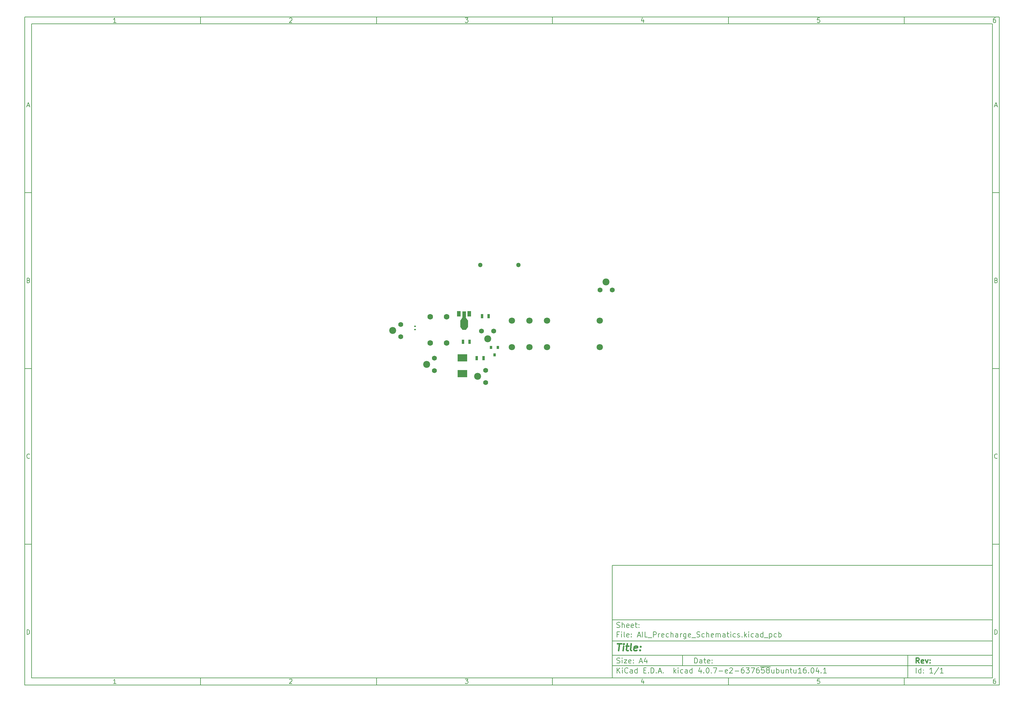
<source format=gbr>
G04 #@! TF.FileFunction,Soldermask,Top*
%FSLAX46Y46*%
G04 Gerber Fmt 4.6, Leading zero omitted, Abs format (unit mm)*
G04 Created by KiCad (PCBNEW 4.0.7-e2-6376~58~ubuntu16.04.1) date Thu Nov  9 22:46:50 2017*
%MOMM*%
%LPD*%
G01*
G04 APERTURE LIST*
%ADD10C,0.100000*%
%ADD11C,0.150000*%
%ADD12C,0.300000*%
%ADD13C,0.400000*%
%ADD14C,1.397000*%
%ADD15C,1.981000*%
%ADD16C,1.600000*%
%ADD17R,0.800000X0.900000*%
%ADD18R,1.000000X1.500000*%
%ADD19R,1.000000X1.800000*%
%ADD20R,2.200000X1.840000*%
%ADD21C,1.800000*%
%ADD22R,0.550000X0.450000*%
%ADD23R,2.743000X2.159000*%
%ADD24R,0.700000X1.300000*%
%ADD25C,1.300000*%
G04 APERTURE END LIST*
D10*
D11*
X177002200Y-166007200D02*
X177002200Y-198007200D01*
X285002200Y-198007200D01*
X285002200Y-166007200D01*
X177002200Y-166007200D01*
D10*
D11*
X10000000Y-10000000D02*
X10000000Y-200007200D01*
X287002200Y-200007200D01*
X287002200Y-10000000D01*
X10000000Y-10000000D01*
D10*
D11*
X12000000Y-12000000D02*
X12000000Y-198007200D01*
X285002200Y-198007200D01*
X285002200Y-12000000D01*
X12000000Y-12000000D01*
D10*
D11*
X60000000Y-12000000D02*
X60000000Y-10000000D01*
D10*
D11*
X110000000Y-12000000D02*
X110000000Y-10000000D01*
D10*
D11*
X160000000Y-12000000D02*
X160000000Y-10000000D01*
D10*
D11*
X210000000Y-12000000D02*
X210000000Y-10000000D01*
D10*
D11*
X260000000Y-12000000D02*
X260000000Y-10000000D01*
D10*
D11*
X35990476Y-11588095D02*
X35247619Y-11588095D01*
X35619048Y-11588095D02*
X35619048Y-10288095D01*
X35495238Y-10473810D01*
X35371429Y-10597619D01*
X35247619Y-10659524D01*
D10*
D11*
X85247619Y-10411905D02*
X85309524Y-10350000D01*
X85433333Y-10288095D01*
X85742857Y-10288095D01*
X85866667Y-10350000D01*
X85928571Y-10411905D01*
X85990476Y-10535714D01*
X85990476Y-10659524D01*
X85928571Y-10845238D01*
X85185714Y-11588095D01*
X85990476Y-11588095D01*
D10*
D11*
X135185714Y-10288095D02*
X135990476Y-10288095D01*
X135557143Y-10783333D01*
X135742857Y-10783333D01*
X135866667Y-10845238D01*
X135928571Y-10907143D01*
X135990476Y-11030952D01*
X135990476Y-11340476D01*
X135928571Y-11464286D01*
X135866667Y-11526190D01*
X135742857Y-11588095D01*
X135371429Y-11588095D01*
X135247619Y-11526190D01*
X135185714Y-11464286D01*
D10*
D11*
X185866667Y-10721429D02*
X185866667Y-11588095D01*
X185557143Y-10226190D02*
X185247619Y-11154762D01*
X186052381Y-11154762D01*
D10*
D11*
X235928571Y-10288095D02*
X235309524Y-10288095D01*
X235247619Y-10907143D01*
X235309524Y-10845238D01*
X235433333Y-10783333D01*
X235742857Y-10783333D01*
X235866667Y-10845238D01*
X235928571Y-10907143D01*
X235990476Y-11030952D01*
X235990476Y-11340476D01*
X235928571Y-11464286D01*
X235866667Y-11526190D01*
X235742857Y-11588095D01*
X235433333Y-11588095D01*
X235309524Y-11526190D01*
X235247619Y-11464286D01*
D10*
D11*
X285866667Y-10288095D02*
X285619048Y-10288095D01*
X285495238Y-10350000D01*
X285433333Y-10411905D01*
X285309524Y-10597619D01*
X285247619Y-10845238D01*
X285247619Y-11340476D01*
X285309524Y-11464286D01*
X285371429Y-11526190D01*
X285495238Y-11588095D01*
X285742857Y-11588095D01*
X285866667Y-11526190D01*
X285928571Y-11464286D01*
X285990476Y-11340476D01*
X285990476Y-11030952D01*
X285928571Y-10907143D01*
X285866667Y-10845238D01*
X285742857Y-10783333D01*
X285495238Y-10783333D01*
X285371429Y-10845238D01*
X285309524Y-10907143D01*
X285247619Y-11030952D01*
D10*
D11*
X60000000Y-198007200D02*
X60000000Y-200007200D01*
D10*
D11*
X110000000Y-198007200D02*
X110000000Y-200007200D01*
D10*
D11*
X160000000Y-198007200D02*
X160000000Y-200007200D01*
D10*
D11*
X210000000Y-198007200D02*
X210000000Y-200007200D01*
D10*
D11*
X260000000Y-198007200D02*
X260000000Y-200007200D01*
D10*
D11*
X35990476Y-199595295D02*
X35247619Y-199595295D01*
X35619048Y-199595295D02*
X35619048Y-198295295D01*
X35495238Y-198481010D01*
X35371429Y-198604819D01*
X35247619Y-198666724D01*
D10*
D11*
X85247619Y-198419105D02*
X85309524Y-198357200D01*
X85433333Y-198295295D01*
X85742857Y-198295295D01*
X85866667Y-198357200D01*
X85928571Y-198419105D01*
X85990476Y-198542914D01*
X85990476Y-198666724D01*
X85928571Y-198852438D01*
X85185714Y-199595295D01*
X85990476Y-199595295D01*
D10*
D11*
X135185714Y-198295295D02*
X135990476Y-198295295D01*
X135557143Y-198790533D01*
X135742857Y-198790533D01*
X135866667Y-198852438D01*
X135928571Y-198914343D01*
X135990476Y-199038152D01*
X135990476Y-199347676D01*
X135928571Y-199471486D01*
X135866667Y-199533390D01*
X135742857Y-199595295D01*
X135371429Y-199595295D01*
X135247619Y-199533390D01*
X135185714Y-199471486D01*
D10*
D11*
X185866667Y-198728629D02*
X185866667Y-199595295D01*
X185557143Y-198233390D02*
X185247619Y-199161962D01*
X186052381Y-199161962D01*
D10*
D11*
X235928571Y-198295295D02*
X235309524Y-198295295D01*
X235247619Y-198914343D01*
X235309524Y-198852438D01*
X235433333Y-198790533D01*
X235742857Y-198790533D01*
X235866667Y-198852438D01*
X235928571Y-198914343D01*
X235990476Y-199038152D01*
X235990476Y-199347676D01*
X235928571Y-199471486D01*
X235866667Y-199533390D01*
X235742857Y-199595295D01*
X235433333Y-199595295D01*
X235309524Y-199533390D01*
X235247619Y-199471486D01*
D10*
D11*
X285866667Y-198295295D02*
X285619048Y-198295295D01*
X285495238Y-198357200D01*
X285433333Y-198419105D01*
X285309524Y-198604819D01*
X285247619Y-198852438D01*
X285247619Y-199347676D01*
X285309524Y-199471486D01*
X285371429Y-199533390D01*
X285495238Y-199595295D01*
X285742857Y-199595295D01*
X285866667Y-199533390D01*
X285928571Y-199471486D01*
X285990476Y-199347676D01*
X285990476Y-199038152D01*
X285928571Y-198914343D01*
X285866667Y-198852438D01*
X285742857Y-198790533D01*
X285495238Y-198790533D01*
X285371429Y-198852438D01*
X285309524Y-198914343D01*
X285247619Y-199038152D01*
D10*
D11*
X10000000Y-60000000D02*
X12000000Y-60000000D01*
D10*
D11*
X10000000Y-110000000D02*
X12000000Y-110000000D01*
D10*
D11*
X10000000Y-160000000D02*
X12000000Y-160000000D01*
D10*
D11*
X10690476Y-35216667D02*
X11309524Y-35216667D01*
X10566667Y-35588095D02*
X11000000Y-34288095D01*
X11433333Y-35588095D01*
D10*
D11*
X11092857Y-84907143D02*
X11278571Y-84969048D01*
X11340476Y-85030952D01*
X11402381Y-85154762D01*
X11402381Y-85340476D01*
X11340476Y-85464286D01*
X11278571Y-85526190D01*
X11154762Y-85588095D01*
X10659524Y-85588095D01*
X10659524Y-84288095D01*
X11092857Y-84288095D01*
X11216667Y-84350000D01*
X11278571Y-84411905D01*
X11340476Y-84535714D01*
X11340476Y-84659524D01*
X11278571Y-84783333D01*
X11216667Y-84845238D01*
X11092857Y-84907143D01*
X10659524Y-84907143D01*
D10*
D11*
X11402381Y-135464286D02*
X11340476Y-135526190D01*
X11154762Y-135588095D01*
X11030952Y-135588095D01*
X10845238Y-135526190D01*
X10721429Y-135402381D01*
X10659524Y-135278571D01*
X10597619Y-135030952D01*
X10597619Y-134845238D01*
X10659524Y-134597619D01*
X10721429Y-134473810D01*
X10845238Y-134350000D01*
X11030952Y-134288095D01*
X11154762Y-134288095D01*
X11340476Y-134350000D01*
X11402381Y-134411905D01*
D10*
D11*
X10659524Y-185588095D02*
X10659524Y-184288095D01*
X10969048Y-184288095D01*
X11154762Y-184350000D01*
X11278571Y-184473810D01*
X11340476Y-184597619D01*
X11402381Y-184845238D01*
X11402381Y-185030952D01*
X11340476Y-185278571D01*
X11278571Y-185402381D01*
X11154762Y-185526190D01*
X10969048Y-185588095D01*
X10659524Y-185588095D01*
D10*
D11*
X287002200Y-60000000D02*
X285002200Y-60000000D01*
D10*
D11*
X287002200Y-110000000D02*
X285002200Y-110000000D01*
D10*
D11*
X287002200Y-160000000D02*
X285002200Y-160000000D01*
D10*
D11*
X285692676Y-35216667D02*
X286311724Y-35216667D01*
X285568867Y-35588095D02*
X286002200Y-34288095D01*
X286435533Y-35588095D01*
D10*
D11*
X286095057Y-84907143D02*
X286280771Y-84969048D01*
X286342676Y-85030952D01*
X286404581Y-85154762D01*
X286404581Y-85340476D01*
X286342676Y-85464286D01*
X286280771Y-85526190D01*
X286156962Y-85588095D01*
X285661724Y-85588095D01*
X285661724Y-84288095D01*
X286095057Y-84288095D01*
X286218867Y-84350000D01*
X286280771Y-84411905D01*
X286342676Y-84535714D01*
X286342676Y-84659524D01*
X286280771Y-84783333D01*
X286218867Y-84845238D01*
X286095057Y-84907143D01*
X285661724Y-84907143D01*
D10*
D11*
X286404581Y-135464286D02*
X286342676Y-135526190D01*
X286156962Y-135588095D01*
X286033152Y-135588095D01*
X285847438Y-135526190D01*
X285723629Y-135402381D01*
X285661724Y-135278571D01*
X285599819Y-135030952D01*
X285599819Y-134845238D01*
X285661724Y-134597619D01*
X285723629Y-134473810D01*
X285847438Y-134350000D01*
X286033152Y-134288095D01*
X286156962Y-134288095D01*
X286342676Y-134350000D01*
X286404581Y-134411905D01*
D10*
D11*
X285661724Y-185588095D02*
X285661724Y-184288095D01*
X285971248Y-184288095D01*
X286156962Y-184350000D01*
X286280771Y-184473810D01*
X286342676Y-184597619D01*
X286404581Y-184845238D01*
X286404581Y-185030952D01*
X286342676Y-185278571D01*
X286280771Y-185402381D01*
X286156962Y-185526190D01*
X285971248Y-185588095D01*
X285661724Y-185588095D01*
D10*
D11*
X200359343Y-193785771D02*
X200359343Y-192285771D01*
X200716486Y-192285771D01*
X200930771Y-192357200D01*
X201073629Y-192500057D01*
X201145057Y-192642914D01*
X201216486Y-192928629D01*
X201216486Y-193142914D01*
X201145057Y-193428629D01*
X201073629Y-193571486D01*
X200930771Y-193714343D01*
X200716486Y-193785771D01*
X200359343Y-193785771D01*
X202502200Y-193785771D02*
X202502200Y-193000057D01*
X202430771Y-192857200D01*
X202287914Y-192785771D01*
X202002200Y-192785771D01*
X201859343Y-192857200D01*
X202502200Y-193714343D02*
X202359343Y-193785771D01*
X202002200Y-193785771D01*
X201859343Y-193714343D01*
X201787914Y-193571486D01*
X201787914Y-193428629D01*
X201859343Y-193285771D01*
X202002200Y-193214343D01*
X202359343Y-193214343D01*
X202502200Y-193142914D01*
X203002200Y-192785771D02*
X203573629Y-192785771D01*
X203216486Y-192285771D02*
X203216486Y-193571486D01*
X203287914Y-193714343D01*
X203430772Y-193785771D01*
X203573629Y-193785771D01*
X204645057Y-193714343D02*
X204502200Y-193785771D01*
X204216486Y-193785771D01*
X204073629Y-193714343D01*
X204002200Y-193571486D01*
X204002200Y-193000057D01*
X204073629Y-192857200D01*
X204216486Y-192785771D01*
X204502200Y-192785771D01*
X204645057Y-192857200D01*
X204716486Y-193000057D01*
X204716486Y-193142914D01*
X204002200Y-193285771D01*
X205359343Y-193642914D02*
X205430771Y-193714343D01*
X205359343Y-193785771D01*
X205287914Y-193714343D01*
X205359343Y-193642914D01*
X205359343Y-193785771D01*
X205359343Y-192857200D02*
X205430771Y-192928629D01*
X205359343Y-193000057D01*
X205287914Y-192928629D01*
X205359343Y-192857200D01*
X205359343Y-193000057D01*
D10*
D11*
X177002200Y-194507200D02*
X285002200Y-194507200D01*
D10*
D11*
X178359343Y-196585771D02*
X178359343Y-195085771D01*
X179216486Y-196585771D02*
X178573629Y-195728629D01*
X179216486Y-195085771D02*
X178359343Y-195942914D01*
X179859343Y-196585771D02*
X179859343Y-195585771D01*
X179859343Y-195085771D02*
X179787914Y-195157200D01*
X179859343Y-195228629D01*
X179930771Y-195157200D01*
X179859343Y-195085771D01*
X179859343Y-195228629D01*
X181430772Y-196442914D02*
X181359343Y-196514343D01*
X181145057Y-196585771D01*
X181002200Y-196585771D01*
X180787915Y-196514343D01*
X180645057Y-196371486D01*
X180573629Y-196228629D01*
X180502200Y-195942914D01*
X180502200Y-195728629D01*
X180573629Y-195442914D01*
X180645057Y-195300057D01*
X180787915Y-195157200D01*
X181002200Y-195085771D01*
X181145057Y-195085771D01*
X181359343Y-195157200D01*
X181430772Y-195228629D01*
X182716486Y-196585771D02*
X182716486Y-195800057D01*
X182645057Y-195657200D01*
X182502200Y-195585771D01*
X182216486Y-195585771D01*
X182073629Y-195657200D01*
X182716486Y-196514343D02*
X182573629Y-196585771D01*
X182216486Y-196585771D01*
X182073629Y-196514343D01*
X182002200Y-196371486D01*
X182002200Y-196228629D01*
X182073629Y-196085771D01*
X182216486Y-196014343D01*
X182573629Y-196014343D01*
X182716486Y-195942914D01*
X184073629Y-196585771D02*
X184073629Y-195085771D01*
X184073629Y-196514343D02*
X183930772Y-196585771D01*
X183645058Y-196585771D01*
X183502200Y-196514343D01*
X183430772Y-196442914D01*
X183359343Y-196300057D01*
X183359343Y-195871486D01*
X183430772Y-195728629D01*
X183502200Y-195657200D01*
X183645058Y-195585771D01*
X183930772Y-195585771D01*
X184073629Y-195657200D01*
X185930772Y-195800057D02*
X186430772Y-195800057D01*
X186645058Y-196585771D02*
X185930772Y-196585771D01*
X185930772Y-195085771D01*
X186645058Y-195085771D01*
X187287915Y-196442914D02*
X187359343Y-196514343D01*
X187287915Y-196585771D01*
X187216486Y-196514343D01*
X187287915Y-196442914D01*
X187287915Y-196585771D01*
X188002201Y-196585771D02*
X188002201Y-195085771D01*
X188359344Y-195085771D01*
X188573629Y-195157200D01*
X188716487Y-195300057D01*
X188787915Y-195442914D01*
X188859344Y-195728629D01*
X188859344Y-195942914D01*
X188787915Y-196228629D01*
X188716487Y-196371486D01*
X188573629Y-196514343D01*
X188359344Y-196585771D01*
X188002201Y-196585771D01*
X189502201Y-196442914D02*
X189573629Y-196514343D01*
X189502201Y-196585771D01*
X189430772Y-196514343D01*
X189502201Y-196442914D01*
X189502201Y-196585771D01*
X190145058Y-196157200D02*
X190859344Y-196157200D01*
X190002201Y-196585771D02*
X190502201Y-195085771D01*
X191002201Y-196585771D01*
X191502201Y-196442914D02*
X191573629Y-196514343D01*
X191502201Y-196585771D01*
X191430772Y-196514343D01*
X191502201Y-196442914D01*
X191502201Y-196585771D01*
X194502201Y-196585771D02*
X194502201Y-195085771D01*
X194645058Y-196014343D02*
X195073629Y-196585771D01*
X195073629Y-195585771D02*
X194502201Y-196157200D01*
X195716487Y-196585771D02*
X195716487Y-195585771D01*
X195716487Y-195085771D02*
X195645058Y-195157200D01*
X195716487Y-195228629D01*
X195787915Y-195157200D01*
X195716487Y-195085771D01*
X195716487Y-195228629D01*
X197073630Y-196514343D02*
X196930773Y-196585771D01*
X196645059Y-196585771D01*
X196502201Y-196514343D01*
X196430773Y-196442914D01*
X196359344Y-196300057D01*
X196359344Y-195871486D01*
X196430773Y-195728629D01*
X196502201Y-195657200D01*
X196645059Y-195585771D01*
X196930773Y-195585771D01*
X197073630Y-195657200D01*
X198359344Y-196585771D02*
X198359344Y-195800057D01*
X198287915Y-195657200D01*
X198145058Y-195585771D01*
X197859344Y-195585771D01*
X197716487Y-195657200D01*
X198359344Y-196514343D02*
X198216487Y-196585771D01*
X197859344Y-196585771D01*
X197716487Y-196514343D01*
X197645058Y-196371486D01*
X197645058Y-196228629D01*
X197716487Y-196085771D01*
X197859344Y-196014343D01*
X198216487Y-196014343D01*
X198359344Y-195942914D01*
X199716487Y-196585771D02*
X199716487Y-195085771D01*
X199716487Y-196514343D02*
X199573630Y-196585771D01*
X199287916Y-196585771D01*
X199145058Y-196514343D01*
X199073630Y-196442914D01*
X199002201Y-196300057D01*
X199002201Y-195871486D01*
X199073630Y-195728629D01*
X199145058Y-195657200D01*
X199287916Y-195585771D01*
X199573630Y-195585771D01*
X199716487Y-195657200D01*
X202216487Y-195585771D02*
X202216487Y-196585771D01*
X201859344Y-195014343D02*
X201502201Y-196085771D01*
X202430773Y-196085771D01*
X203002201Y-196442914D02*
X203073629Y-196514343D01*
X203002201Y-196585771D01*
X202930772Y-196514343D01*
X203002201Y-196442914D01*
X203002201Y-196585771D01*
X204002201Y-195085771D02*
X204145058Y-195085771D01*
X204287915Y-195157200D01*
X204359344Y-195228629D01*
X204430773Y-195371486D01*
X204502201Y-195657200D01*
X204502201Y-196014343D01*
X204430773Y-196300057D01*
X204359344Y-196442914D01*
X204287915Y-196514343D01*
X204145058Y-196585771D01*
X204002201Y-196585771D01*
X203859344Y-196514343D01*
X203787915Y-196442914D01*
X203716487Y-196300057D01*
X203645058Y-196014343D01*
X203645058Y-195657200D01*
X203716487Y-195371486D01*
X203787915Y-195228629D01*
X203859344Y-195157200D01*
X204002201Y-195085771D01*
X205145058Y-196442914D02*
X205216486Y-196514343D01*
X205145058Y-196585771D01*
X205073629Y-196514343D01*
X205145058Y-196442914D01*
X205145058Y-196585771D01*
X205716487Y-195085771D02*
X206716487Y-195085771D01*
X206073630Y-196585771D01*
X207287915Y-196014343D02*
X208430772Y-196014343D01*
X209716486Y-196514343D02*
X209573629Y-196585771D01*
X209287915Y-196585771D01*
X209145058Y-196514343D01*
X209073629Y-196371486D01*
X209073629Y-195800057D01*
X209145058Y-195657200D01*
X209287915Y-195585771D01*
X209573629Y-195585771D01*
X209716486Y-195657200D01*
X209787915Y-195800057D01*
X209787915Y-195942914D01*
X209073629Y-196085771D01*
X210359343Y-195228629D02*
X210430772Y-195157200D01*
X210573629Y-195085771D01*
X210930772Y-195085771D01*
X211073629Y-195157200D01*
X211145058Y-195228629D01*
X211216486Y-195371486D01*
X211216486Y-195514343D01*
X211145058Y-195728629D01*
X210287915Y-196585771D01*
X211216486Y-196585771D01*
X211859343Y-196014343D02*
X213002200Y-196014343D01*
X214359343Y-195085771D02*
X214073629Y-195085771D01*
X213930772Y-195157200D01*
X213859343Y-195228629D01*
X213716486Y-195442914D01*
X213645057Y-195728629D01*
X213645057Y-196300057D01*
X213716486Y-196442914D01*
X213787914Y-196514343D01*
X213930772Y-196585771D01*
X214216486Y-196585771D01*
X214359343Y-196514343D01*
X214430772Y-196442914D01*
X214502200Y-196300057D01*
X214502200Y-195942914D01*
X214430772Y-195800057D01*
X214359343Y-195728629D01*
X214216486Y-195657200D01*
X213930772Y-195657200D01*
X213787914Y-195728629D01*
X213716486Y-195800057D01*
X213645057Y-195942914D01*
X215002200Y-195085771D02*
X215930771Y-195085771D01*
X215430771Y-195657200D01*
X215645057Y-195657200D01*
X215787914Y-195728629D01*
X215859343Y-195800057D01*
X215930771Y-195942914D01*
X215930771Y-196300057D01*
X215859343Y-196442914D01*
X215787914Y-196514343D01*
X215645057Y-196585771D01*
X215216485Y-196585771D01*
X215073628Y-196514343D01*
X215002200Y-196442914D01*
X216430771Y-195085771D02*
X217430771Y-195085771D01*
X216787914Y-196585771D01*
X218645056Y-195085771D02*
X218359342Y-195085771D01*
X218216485Y-195157200D01*
X218145056Y-195228629D01*
X218002199Y-195442914D01*
X217930770Y-195728629D01*
X217930770Y-196300057D01*
X218002199Y-196442914D01*
X218073627Y-196514343D01*
X218216485Y-196585771D01*
X218502199Y-196585771D01*
X218645056Y-196514343D01*
X218716485Y-196442914D01*
X218787913Y-196300057D01*
X218787913Y-195942914D01*
X218716485Y-195800057D01*
X218645056Y-195728629D01*
X218502199Y-195657200D01*
X218216485Y-195657200D01*
X218073627Y-195728629D01*
X218002199Y-195800057D01*
X217930770Y-195942914D01*
X220145056Y-195085771D02*
X219430770Y-195085771D01*
X219359341Y-195800057D01*
X219430770Y-195728629D01*
X219573627Y-195657200D01*
X219930770Y-195657200D01*
X220073627Y-195728629D01*
X220145056Y-195800057D01*
X220216484Y-195942914D01*
X220216484Y-196300057D01*
X220145056Y-196442914D01*
X220073627Y-196514343D01*
X219930770Y-196585771D01*
X219573627Y-196585771D01*
X219430770Y-196514343D01*
X219359341Y-196442914D01*
X221073627Y-195728629D02*
X220930769Y-195657200D01*
X220859341Y-195585771D01*
X220787912Y-195442914D01*
X220787912Y-195371486D01*
X220859341Y-195228629D01*
X220930769Y-195157200D01*
X221073627Y-195085771D01*
X221359341Y-195085771D01*
X221502198Y-195157200D01*
X221573627Y-195228629D01*
X221645055Y-195371486D01*
X221645055Y-195442914D01*
X221573627Y-195585771D01*
X221502198Y-195657200D01*
X221359341Y-195728629D01*
X221073627Y-195728629D01*
X220930769Y-195800057D01*
X220859341Y-195871486D01*
X220787912Y-196014343D01*
X220787912Y-196300057D01*
X220859341Y-196442914D01*
X220930769Y-196514343D01*
X221073627Y-196585771D01*
X221359341Y-196585771D01*
X221502198Y-196514343D01*
X221573627Y-196442914D01*
X221645055Y-196300057D01*
X221645055Y-196014343D01*
X221573627Y-195871486D01*
X221502198Y-195800057D01*
X221359341Y-195728629D01*
X219073627Y-194827200D02*
X221930769Y-194827200D01*
X222930769Y-195585771D02*
X222930769Y-196585771D01*
X222287912Y-195585771D02*
X222287912Y-196371486D01*
X222359340Y-196514343D01*
X222502198Y-196585771D01*
X222716483Y-196585771D01*
X222859340Y-196514343D01*
X222930769Y-196442914D01*
X223645055Y-196585771D02*
X223645055Y-195085771D01*
X223645055Y-195657200D02*
X223787912Y-195585771D01*
X224073626Y-195585771D01*
X224216483Y-195657200D01*
X224287912Y-195728629D01*
X224359341Y-195871486D01*
X224359341Y-196300057D01*
X224287912Y-196442914D01*
X224216483Y-196514343D01*
X224073626Y-196585771D01*
X223787912Y-196585771D01*
X223645055Y-196514343D01*
X225645055Y-195585771D02*
X225645055Y-196585771D01*
X225002198Y-195585771D02*
X225002198Y-196371486D01*
X225073626Y-196514343D01*
X225216484Y-196585771D01*
X225430769Y-196585771D01*
X225573626Y-196514343D01*
X225645055Y-196442914D01*
X226359341Y-195585771D02*
X226359341Y-196585771D01*
X226359341Y-195728629D02*
X226430769Y-195657200D01*
X226573627Y-195585771D01*
X226787912Y-195585771D01*
X226930769Y-195657200D01*
X227002198Y-195800057D01*
X227002198Y-196585771D01*
X227502198Y-195585771D02*
X228073627Y-195585771D01*
X227716484Y-195085771D02*
X227716484Y-196371486D01*
X227787912Y-196514343D01*
X227930770Y-196585771D01*
X228073627Y-196585771D01*
X229216484Y-195585771D02*
X229216484Y-196585771D01*
X228573627Y-195585771D02*
X228573627Y-196371486D01*
X228645055Y-196514343D01*
X228787913Y-196585771D01*
X229002198Y-196585771D01*
X229145055Y-196514343D01*
X229216484Y-196442914D01*
X230716484Y-196585771D02*
X229859341Y-196585771D01*
X230287913Y-196585771D02*
X230287913Y-195085771D01*
X230145056Y-195300057D01*
X230002198Y-195442914D01*
X229859341Y-195514343D01*
X232002198Y-195085771D02*
X231716484Y-195085771D01*
X231573627Y-195157200D01*
X231502198Y-195228629D01*
X231359341Y-195442914D01*
X231287912Y-195728629D01*
X231287912Y-196300057D01*
X231359341Y-196442914D01*
X231430769Y-196514343D01*
X231573627Y-196585771D01*
X231859341Y-196585771D01*
X232002198Y-196514343D01*
X232073627Y-196442914D01*
X232145055Y-196300057D01*
X232145055Y-195942914D01*
X232073627Y-195800057D01*
X232002198Y-195728629D01*
X231859341Y-195657200D01*
X231573627Y-195657200D01*
X231430769Y-195728629D01*
X231359341Y-195800057D01*
X231287912Y-195942914D01*
X232787912Y-196442914D02*
X232859340Y-196514343D01*
X232787912Y-196585771D01*
X232716483Y-196514343D01*
X232787912Y-196442914D01*
X232787912Y-196585771D01*
X233787912Y-195085771D02*
X233930769Y-195085771D01*
X234073626Y-195157200D01*
X234145055Y-195228629D01*
X234216484Y-195371486D01*
X234287912Y-195657200D01*
X234287912Y-196014343D01*
X234216484Y-196300057D01*
X234145055Y-196442914D01*
X234073626Y-196514343D01*
X233930769Y-196585771D01*
X233787912Y-196585771D01*
X233645055Y-196514343D01*
X233573626Y-196442914D01*
X233502198Y-196300057D01*
X233430769Y-196014343D01*
X233430769Y-195657200D01*
X233502198Y-195371486D01*
X233573626Y-195228629D01*
X233645055Y-195157200D01*
X233787912Y-195085771D01*
X235573626Y-195585771D02*
X235573626Y-196585771D01*
X235216483Y-195014343D02*
X234859340Y-196085771D01*
X235787912Y-196085771D01*
X236359340Y-196442914D02*
X236430768Y-196514343D01*
X236359340Y-196585771D01*
X236287911Y-196514343D01*
X236359340Y-196442914D01*
X236359340Y-196585771D01*
X237859340Y-196585771D02*
X237002197Y-196585771D01*
X237430769Y-196585771D02*
X237430769Y-195085771D01*
X237287912Y-195300057D01*
X237145054Y-195442914D01*
X237002197Y-195514343D01*
D10*
D11*
X177002200Y-191507200D02*
X285002200Y-191507200D01*
D10*
D12*
X264216486Y-193785771D02*
X263716486Y-193071486D01*
X263359343Y-193785771D02*
X263359343Y-192285771D01*
X263930771Y-192285771D01*
X264073629Y-192357200D01*
X264145057Y-192428629D01*
X264216486Y-192571486D01*
X264216486Y-192785771D01*
X264145057Y-192928629D01*
X264073629Y-193000057D01*
X263930771Y-193071486D01*
X263359343Y-193071486D01*
X265430771Y-193714343D02*
X265287914Y-193785771D01*
X265002200Y-193785771D01*
X264859343Y-193714343D01*
X264787914Y-193571486D01*
X264787914Y-193000057D01*
X264859343Y-192857200D01*
X265002200Y-192785771D01*
X265287914Y-192785771D01*
X265430771Y-192857200D01*
X265502200Y-193000057D01*
X265502200Y-193142914D01*
X264787914Y-193285771D01*
X266002200Y-192785771D02*
X266359343Y-193785771D01*
X266716485Y-192785771D01*
X267287914Y-193642914D02*
X267359342Y-193714343D01*
X267287914Y-193785771D01*
X267216485Y-193714343D01*
X267287914Y-193642914D01*
X267287914Y-193785771D01*
X267287914Y-192857200D02*
X267359342Y-192928629D01*
X267287914Y-193000057D01*
X267216485Y-192928629D01*
X267287914Y-192857200D01*
X267287914Y-193000057D01*
D10*
D11*
X178287914Y-193714343D02*
X178502200Y-193785771D01*
X178859343Y-193785771D01*
X179002200Y-193714343D01*
X179073629Y-193642914D01*
X179145057Y-193500057D01*
X179145057Y-193357200D01*
X179073629Y-193214343D01*
X179002200Y-193142914D01*
X178859343Y-193071486D01*
X178573629Y-193000057D01*
X178430771Y-192928629D01*
X178359343Y-192857200D01*
X178287914Y-192714343D01*
X178287914Y-192571486D01*
X178359343Y-192428629D01*
X178430771Y-192357200D01*
X178573629Y-192285771D01*
X178930771Y-192285771D01*
X179145057Y-192357200D01*
X179787914Y-193785771D02*
X179787914Y-192785771D01*
X179787914Y-192285771D02*
X179716485Y-192357200D01*
X179787914Y-192428629D01*
X179859342Y-192357200D01*
X179787914Y-192285771D01*
X179787914Y-192428629D01*
X180359343Y-192785771D02*
X181145057Y-192785771D01*
X180359343Y-193785771D01*
X181145057Y-193785771D01*
X182287914Y-193714343D02*
X182145057Y-193785771D01*
X181859343Y-193785771D01*
X181716486Y-193714343D01*
X181645057Y-193571486D01*
X181645057Y-193000057D01*
X181716486Y-192857200D01*
X181859343Y-192785771D01*
X182145057Y-192785771D01*
X182287914Y-192857200D01*
X182359343Y-193000057D01*
X182359343Y-193142914D01*
X181645057Y-193285771D01*
X183002200Y-193642914D02*
X183073628Y-193714343D01*
X183002200Y-193785771D01*
X182930771Y-193714343D01*
X183002200Y-193642914D01*
X183002200Y-193785771D01*
X183002200Y-192857200D02*
X183073628Y-192928629D01*
X183002200Y-193000057D01*
X182930771Y-192928629D01*
X183002200Y-192857200D01*
X183002200Y-193000057D01*
X184787914Y-193357200D02*
X185502200Y-193357200D01*
X184645057Y-193785771D02*
X185145057Y-192285771D01*
X185645057Y-193785771D01*
X186787914Y-192785771D02*
X186787914Y-193785771D01*
X186430771Y-192214343D02*
X186073628Y-193285771D01*
X187002200Y-193285771D01*
D10*
D11*
X263359343Y-196585771D02*
X263359343Y-195085771D01*
X264716486Y-196585771D02*
X264716486Y-195085771D01*
X264716486Y-196514343D02*
X264573629Y-196585771D01*
X264287915Y-196585771D01*
X264145057Y-196514343D01*
X264073629Y-196442914D01*
X264002200Y-196300057D01*
X264002200Y-195871486D01*
X264073629Y-195728629D01*
X264145057Y-195657200D01*
X264287915Y-195585771D01*
X264573629Y-195585771D01*
X264716486Y-195657200D01*
X265430772Y-196442914D02*
X265502200Y-196514343D01*
X265430772Y-196585771D01*
X265359343Y-196514343D01*
X265430772Y-196442914D01*
X265430772Y-196585771D01*
X265430772Y-195657200D02*
X265502200Y-195728629D01*
X265430772Y-195800057D01*
X265359343Y-195728629D01*
X265430772Y-195657200D01*
X265430772Y-195800057D01*
X268073629Y-196585771D02*
X267216486Y-196585771D01*
X267645058Y-196585771D02*
X267645058Y-195085771D01*
X267502201Y-195300057D01*
X267359343Y-195442914D01*
X267216486Y-195514343D01*
X269787914Y-195014343D02*
X268502200Y-196942914D01*
X271073629Y-196585771D02*
X270216486Y-196585771D01*
X270645058Y-196585771D02*
X270645058Y-195085771D01*
X270502201Y-195300057D01*
X270359343Y-195442914D01*
X270216486Y-195514343D01*
D10*
D11*
X177002200Y-187507200D02*
X285002200Y-187507200D01*
D10*
D13*
X178454581Y-188211962D02*
X179597438Y-188211962D01*
X178776010Y-190211962D02*
X179026010Y-188211962D01*
X180014105Y-190211962D02*
X180180771Y-188878629D01*
X180264105Y-188211962D02*
X180156962Y-188307200D01*
X180240295Y-188402438D01*
X180347439Y-188307200D01*
X180264105Y-188211962D01*
X180240295Y-188402438D01*
X180847438Y-188878629D02*
X181609343Y-188878629D01*
X181216486Y-188211962D02*
X181002200Y-189926248D01*
X181073630Y-190116724D01*
X181252201Y-190211962D01*
X181442677Y-190211962D01*
X182395058Y-190211962D02*
X182216487Y-190116724D01*
X182145057Y-189926248D01*
X182359343Y-188211962D01*
X183930772Y-190116724D02*
X183728391Y-190211962D01*
X183347439Y-190211962D01*
X183168867Y-190116724D01*
X183097438Y-189926248D01*
X183192676Y-189164343D01*
X183311724Y-188973867D01*
X183514105Y-188878629D01*
X183895057Y-188878629D01*
X184073629Y-188973867D01*
X184145057Y-189164343D01*
X184121248Y-189354819D01*
X183145057Y-189545295D01*
X184895057Y-190021486D02*
X184978392Y-190116724D01*
X184871248Y-190211962D01*
X184787915Y-190116724D01*
X184895057Y-190021486D01*
X184871248Y-190211962D01*
X185026010Y-188973867D02*
X185109344Y-189069105D01*
X185002200Y-189164343D01*
X184918867Y-189069105D01*
X185026010Y-188973867D01*
X185002200Y-189164343D01*
D10*
D11*
X178859343Y-185600057D02*
X178359343Y-185600057D01*
X178359343Y-186385771D02*
X178359343Y-184885771D01*
X179073629Y-184885771D01*
X179645057Y-186385771D02*
X179645057Y-185385771D01*
X179645057Y-184885771D02*
X179573628Y-184957200D01*
X179645057Y-185028629D01*
X179716485Y-184957200D01*
X179645057Y-184885771D01*
X179645057Y-185028629D01*
X180573629Y-186385771D02*
X180430771Y-186314343D01*
X180359343Y-186171486D01*
X180359343Y-184885771D01*
X181716485Y-186314343D02*
X181573628Y-186385771D01*
X181287914Y-186385771D01*
X181145057Y-186314343D01*
X181073628Y-186171486D01*
X181073628Y-185600057D01*
X181145057Y-185457200D01*
X181287914Y-185385771D01*
X181573628Y-185385771D01*
X181716485Y-185457200D01*
X181787914Y-185600057D01*
X181787914Y-185742914D01*
X181073628Y-185885771D01*
X182430771Y-186242914D02*
X182502199Y-186314343D01*
X182430771Y-186385771D01*
X182359342Y-186314343D01*
X182430771Y-186242914D01*
X182430771Y-186385771D01*
X182430771Y-185457200D02*
X182502199Y-185528629D01*
X182430771Y-185600057D01*
X182359342Y-185528629D01*
X182430771Y-185457200D01*
X182430771Y-185600057D01*
X184216485Y-185957200D02*
X184930771Y-185957200D01*
X184073628Y-186385771D02*
X184573628Y-184885771D01*
X185073628Y-186385771D01*
X185573628Y-186385771D02*
X185573628Y-184885771D01*
X187002200Y-186385771D02*
X186287914Y-186385771D01*
X186287914Y-184885771D01*
X187145057Y-186528629D02*
X188287914Y-186528629D01*
X188645057Y-186385771D02*
X188645057Y-184885771D01*
X189216485Y-184885771D01*
X189359343Y-184957200D01*
X189430771Y-185028629D01*
X189502200Y-185171486D01*
X189502200Y-185385771D01*
X189430771Y-185528629D01*
X189359343Y-185600057D01*
X189216485Y-185671486D01*
X188645057Y-185671486D01*
X190145057Y-186385771D02*
X190145057Y-185385771D01*
X190145057Y-185671486D02*
X190216485Y-185528629D01*
X190287914Y-185457200D01*
X190430771Y-185385771D01*
X190573628Y-185385771D01*
X191645056Y-186314343D02*
X191502199Y-186385771D01*
X191216485Y-186385771D01*
X191073628Y-186314343D01*
X191002199Y-186171486D01*
X191002199Y-185600057D01*
X191073628Y-185457200D01*
X191216485Y-185385771D01*
X191502199Y-185385771D01*
X191645056Y-185457200D01*
X191716485Y-185600057D01*
X191716485Y-185742914D01*
X191002199Y-185885771D01*
X193002199Y-186314343D02*
X192859342Y-186385771D01*
X192573628Y-186385771D01*
X192430770Y-186314343D01*
X192359342Y-186242914D01*
X192287913Y-186100057D01*
X192287913Y-185671486D01*
X192359342Y-185528629D01*
X192430770Y-185457200D01*
X192573628Y-185385771D01*
X192859342Y-185385771D01*
X193002199Y-185457200D01*
X193645056Y-186385771D02*
X193645056Y-184885771D01*
X194287913Y-186385771D02*
X194287913Y-185600057D01*
X194216484Y-185457200D01*
X194073627Y-185385771D01*
X193859342Y-185385771D01*
X193716484Y-185457200D01*
X193645056Y-185528629D01*
X195645056Y-186385771D02*
X195645056Y-185600057D01*
X195573627Y-185457200D01*
X195430770Y-185385771D01*
X195145056Y-185385771D01*
X195002199Y-185457200D01*
X195645056Y-186314343D02*
X195502199Y-186385771D01*
X195145056Y-186385771D01*
X195002199Y-186314343D01*
X194930770Y-186171486D01*
X194930770Y-186028629D01*
X195002199Y-185885771D01*
X195145056Y-185814343D01*
X195502199Y-185814343D01*
X195645056Y-185742914D01*
X196359342Y-186385771D02*
X196359342Y-185385771D01*
X196359342Y-185671486D02*
X196430770Y-185528629D01*
X196502199Y-185457200D01*
X196645056Y-185385771D01*
X196787913Y-185385771D01*
X197930770Y-185385771D02*
X197930770Y-186600057D01*
X197859341Y-186742914D01*
X197787913Y-186814343D01*
X197645056Y-186885771D01*
X197430770Y-186885771D01*
X197287913Y-186814343D01*
X197930770Y-186314343D02*
X197787913Y-186385771D01*
X197502199Y-186385771D01*
X197359341Y-186314343D01*
X197287913Y-186242914D01*
X197216484Y-186100057D01*
X197216484Y-185671486D01*
X197287913Y-185528629D01*
X197359341Y-185457200D01*
X197502199Y-185385771D01*
X197787913Y-185385771D01*
X197930770Y-185457200D01*
X199216484Y-186314343D02*
X199073627Y-186385771D01*
X198787913Y-186385771D01*
X198645056Y-186314343D01*
X198573627Y-186171486D01*
X198573627Y-185600057D01*
X198645056Y-185457200D01*
X198787913Y-185385771D01*
X199073627Y-185385771D01*
X199216484Y-185457200D01*
X199287913Y-185600057D01*
X199287913Y-185742914D01*
X198573627Y-185885771D01*
X199573627Y-186528629D02*
X200716484Y-186528629D01*
X201002198Y-186314343D02*
X201216484Y-186385771D01*
X201573627Y-186385771D01*
X201716484Y-186314343D01*
X201787913Y-186242914D01*
X201859341Y-186100057D01*
X201859341Y-185957200D01*
X201787913Y-185814343D01*
X201716484Y-185742914D01*
X201573627Y-185671486D01*
X201287913Y-185600057D01*
X201145055Y-185528629D01*
X201073627Y-185457200D01*
X201002198Y-185314343D01*
X201002198Y-185171486D01*
X201073627Y-185028629D01*
X201145055Y-184957200D01*
X201287913Y-184885771D01*
X201645055Y-184885771D01*
X201859341Y-184957200D01*
X203145055Y-186314343D02*
X203002198Y-186385771D01*
X202716484Y-186385771D01*
X202573626Y-186314343D01*
X202502198Y-186242914D01*
X202430769Y-186100057D01*
X202430769Y-185671486D01*
X202502198Y-185528629D01*
X202573626Y-185457200D01*
X202716484Y-185385771D01*
X203002198Y-185385771D01*
X203145055Y-185457200D01*
X203787912Y-186385771D02*
X203787912Y-184885771D01*
X204430769Y-186385771D02*
X204430769Y-185600057D01*
X204359340Y-185457200D01*
X204216483Y-185385771D01*
X204002198Y-185385771D01*
X203859340Y-185457200D01*
X203787912Y-185528629D01*
X205716483Y-186314343D02*
X205573626Y-186385771D01*
X205287912Y-186385771D01*
X205145055Y-186314343D01*
X205073626Y-186171486D01*
X205073626Y-185600057D01*
X205145055Y-185457200D01*
X205287912Y-185385771D01*
X205573626Y-185385771D01*
X205716483Y-185457200D01*
X205787912Y-185600057D01*
X205787912Y-185742914D01*
X205073626Y-185885771D01*
X206430769Y-186385771D02*
X206430769Y-185385771D01*
X206430769Y-185528629D02*
X206502197Y-185457200D01*
X206645055Y-185385771D01*
X206859340Y-185385771D01*
X207002197Y-185457200D01*
X207073626Y-185600057D01*
X207073626Y-186385771D01*
X207073626Y-185600057D02*
X207145055Y-185457200D01*
X207287912Y-185385771D01*
X207502197Y-185385771D01*
X207645055Y-185457200D01*
X207716483Y-185600057D01*
X207716483Y-186385771D01*
X209073626Y-186385771D02*
X209073626Y-185600057D01*
X209002197Y-185457200D01*
X208859340Y-185385771D01*
X208573626Y-185385771D01*
X208430769Y-185457200D01*
X209073626Y-186314343D02*
X208930769Y-186385771D01*
X208573626Y-186385771D01*
X208430769Y-186314343D01*
X208359340Y-186171486D01*
X208359340Y-186028629D01*
X208430769Y-185885771D01*
X208573626Y-185814343D01*
X208930769Y-185814343D01*
X209073626Y-185742914D01*
X209573626Y-185385771D02*
X210145055Y-185385771D01*
X209787912Y-184885771D02*
X209787912Y-186171486D01*
X209859340Y-186314343D01*
X210002198Y-186385771D01*
X210145055Y-186385771D01*
X210645055Y-186385771D02*
X210645055Y-185385771D01*
X210645055Y-184885771D02*
X210573626Y-184957200D01*
X210645055Y-185028629D01*
X210716483Y-184957200D01*
X210645055Y-184885771D01*
X210645055Y-185028629D01*
X212002198Y-186314343D02*
X211859341Y-186385771D01*
X211573627Y-186385771D01*
X211430769Y-186314343D01*
X211359341Y-186242914D01*
X211287912Y-186100057D01*
X211287912Y-185671486D01*
X211359341Y-185528629D01*
X211430769Y-185457200D01*
X211573627Y-185385771D01*
X211859341Y-185385771D01*
X212002198Y-185457200D01*
X212573626Y-186314343D02*
X212716483Y-186385771D01*
X213002198Y-186385771D01*
X213145055Y-186314343D01*
X213216483Y-186171486D01*
X213216483Y-186100057D01*
X213145055Y-185957200D01*
X213002198Y-185885771D01*
X212787912Y-185885771D01*
X212645055Y-185814343D01*
X212573626Y-185671486D01*
X212573626Y-185600057D01*
X212645055Y-185457200D01*
X212787912Y-185385771D01*
X213002198Y-185385771D01*
X213145055Y-185457200D01*
X213859341Y-186242914D02*
X213930769Y-186314343D01*
X213859341Y-186385771D01*
X213787912Y-186314343D01*
X213859341Y-186242914D01*
X213859341Y-186385771D01*
X214573627Y-186385771D02*
X214573627Y-184885771D01*
X214716484Y-185814343D02*
X215145055Y-186385771D01*
X215145055Y-185385771D02*
X214573627Y-185957200D01*
X215787913Y-186385771D02*
X215787913Y-185385771D01*
X215787913Y-184885771D02*
X215716484Y-184957200D01*
X215787913Y-185028629D01*
X215859341Y-184957200D01*
X215787913Y-184885771D01*
X215787913Y-185028629D01*
X217145056Y-186314343D02*
X217002199Y-186385771D01*
X216716485Y-186385771D01*
X216573627Y-186314343D01*
X216502199Y-186242914D01*
X216430770Y-186100057D01*
X216430770Y-185671486D01*
X216502199Y-185528629D01*
X216573627Y-185457200D01*
X216716485Y-185385771D01*
X217002199Y-185385771D01*
X217145056Y-185457200D01*
X218430770Y-186385771D02*
X218430770Y-185600057D01*
X218359341Y-185457200D01*
X218216484Y-185385771D01*
X217930770Y-185385771D01*
X217787913Y-185457200D01*
X218430770Y-186314343D02*
X218287913Y-186385771D01*
X217930770Y-186385771D01*
X217787913Y-186314343D01*
X217716484Y-186171486D01*
X217716484Y-186028629D01*
X217787913Y-185885771D01*
X217930770Y-185814343D01*
X218287913Y-185814343D01*
X218430770Y-185742914D01*
X219787913Y-186385771D02*
X219787913Y-184885771D01*
X219787913Y-186314343D02*
X219645056Y-186385771D01*
X219359342Y-186385771D01*
X219216484Y-186314343D01*
X219145056Y-186242914D01*
X219073627Y-186100057D01*
X219073627Y-185671486D01*
X219145056Y-185528629D01*
X219216484Y-185457200D01*
X219359342Y-185385771D01*
X219645056Y-185385771D01*
X219787913Y-185457200D01*
X220145056Y-186528629D02*
X221287913Y-186528629D01*
X221645056Y-185385771D02*
X221645056Y-186885771D01*
X221645056Y-185457200D02*
X221787913Y-185385771D01*
X222073627Y-185385771D01*
X222216484Y-185457200D01*
X222287913Y-185528629D01*
X222359342Y-185671486D01*
X222359342Y-186100057D01*
X222287913Y-186242914D01*
X222216484Y-186314343D01*
X222073627Y-186385771D01*
X221787913Y-186385771D01*
X221645056Y-186314343D01*
X223645056Y-186314343D02*
X223502199Y-186385771D01*
X223216485Y-186385771D01*
X223073627Y-186314343D01*
X223002199Y-186242914D01*
X222930770Y-186100057D01*
X222930770Y-185671486D01*
X223002199Y-185528629D01*
X223073627Y-185457200D01*
X223216485Y-185385771D01*
X223502199Y-185385771D01*
X223645056Y-185457200D01*
X224287913Y-186385771D02*
X224287913Y-184885771D01*
X224287913Y-185457200D02*
X224430770Y-185385771D01*
X224716484Y-185385771D01*
X224859341Y-185457200D01*
X224930770Y-185528629D01*
X225002199Y-185671486D01*
X225002199Y-186100057D01*
X224930770Y-186242914D01*
X224859341Y-186314343D01*
X224716484Y-186385771D01*
X224430770Y-186385771D01*
X224287913Y-186314343D01*
D10*
D11*
X177002200Y-181507200D02*
X285002200Y-181507200D01*
D10*
D11*
X178287914Y-183614343D02*
X178502200Y-183685771D01*
X178859343Y-183685771D01*
X179002200Y-183614343D01*
X179073629Y-183542914D01*
X179145057Y-183400057D01*
X179145057Y-183257200D01*
X179073629Y-183114343D01*
X179002200Y-183042914D01*
X178859343Y-182971486D01*
X178573629Y-182900057D01*
X178430771Y-182828629D01*
X178359343Y-182757200D01*
X178287914Y-182614343D01*
X178287914Y-182471486D01*
X178359343Y-182328629D01*
X178430771Y-182257200D01*
X178573629Y-182185771D01*
X178930771Y-182185771D01*
X179145057Y-182257200D01*
X179787914Y-183685771D02*
X179787914Y-182185771D01*
X180430771Y-183685771D02*
X180430771Y-182900057D01*
X180359342Y-182757200D01*
X180216485Y-182685771D01*
X180002200Y-182685771D01*
X179859342Y-182757200D01*
X179787914Y-182828629D01*
X181716485Y-183614343D02*
X181573628Y-183685771D01*
X181287914Y-183685771D01*
X181145057Y-183614343D01*
X181073628Y-183471486D01*
X181073628Y-182900057D01*
X181145057Y-182757200D01*
X181287914Y-182685771D01*
X181573628Y-182685771D01*
X181716485Y-182757200D01*
X181787914Y-182900057D01*
X181787914Y-183042914D01*
X181073628Y-183185771D01*
X183002199Y-183614343D02*
X182859342Y-183685771D01*
X182573628Y-183685771D01*
X182430771Y-183614343D01*
X182359342Y-183471486D01*
X182359342Y-182900057D01*
X182430771Y-182757200D01*
X182573628Y-182685771D01*
X182859342Y-182685771D01*
X183002199Y-182757200D01*
X183073628Y-182900057D01*
X183073628Y-183042914D01*
X182359342Y-183185771D01*
X183502199Y-182685771D02*
X184073628Y-182685771D01*
X183716485Y-182185771D02*
X183716485Y-183471486D01*
X183787913Y-183614343D01*
X183930771Y-183685771D01*
X184073628Y-183685771D01*
X184573628Y-183542914D02*
X184645056Y-183614343D01*
X184573628Y-183685771D01*
X184502199Y-183614343D01*
X184573628Y-183542914D01*
X184573628Y-183685771D01*
X184573628Y-182757200D02*
X184645056Y-182828629D01*
X184573628Y-182900057D01*
X184502199Y-182828629D01*
X184573628Y-182757200D01*
X184573628Y-182900057D01*
D10*
D11*
X197002200Y-191507200D02*
X197002200Y-194507200D01*
D10*
D11*
X261002200Y-191507200D02*
X261002200Y-198007200D01*
D14*
X140970000Y-113990000D03*
X140970000Y-110490000D03*
D15*
X138740000Y-112240000D03*
D16*
X125222000Y-95250000D03*
X125212000Y-102750000D03*
D17*
X144460000Y-104040000D03*
X142560000Y-104040000D03*
X143510000Y-106140000D03*
D10*
G36*
X135974000Y-98190500D02*
X135374000Y-99040500D01*
X134374000Y-99040500D01*
X133774000Y-98190500D01*
X135974000Y-98190500D01*
X135974000Y-98190500D01*
G37*
D18*
X136374000Y-94468500D03*
D19*
X134874000Y-94615000D03*
D18*
X133374000Y-94468500D03*
D20*
X134874000Y-97282000D03*
D10*
G36*
X133774000Y-96372300D02*
X134474000Y-95372300D01*
X135274000Y-95372300D01*
X135974000Y-96372300D01*
X133774000Y-96372300D01*
X133774000Y-96372300D01*
G37*
D14*
X126428500Y-110561000D03*
X126428500Y-107061000D03*
D15*
X124198500Y-108811000D03*
D21*
X153416000Y-103893000D03*
X153416000Y-96393000D03*
X158416000Y-96393000D03*
X173416000Y-96393000D03*
X173416000Y-103893000D03*
X158416000Y-103893000D03*
X148416000Y-96393000D03*
X148416000Y-103893000D03*
D22*
X120904000Y-97950000D03*
X120904000Y-98900000D03*
D23*
X134429500Y-111417500D03*
X134429500Y-106997500D03*
D16*
X129921000Y-95250000D03*
X129911000Y-102750000D03*
D14*
X116840000Y-100965000D03*
X116840000Y-97465000D03*
D15*
X114610000Y-99215000D03*
D14*
X173482000Y-87630000D03*
X176982000Y-87630000D03*
D15*
X175232000Y-85400000D03*
D14*
X143327000Y-99314000D03*
X139827000Y-99314000D03*
D15*
X141577000Y-101544000D03*
D24*
X139954000Y-95123000D03*
X141854000Y-95123000D03*
X138485800Y-107061000D03*
X140385800Y-107061000D03*
X136461500Y-102362000D03*
X134561500Y-102362000D03*
D25*
X139446000Y-80518000D03*
X150346000Y-80518000D03*
M02*

</source>
